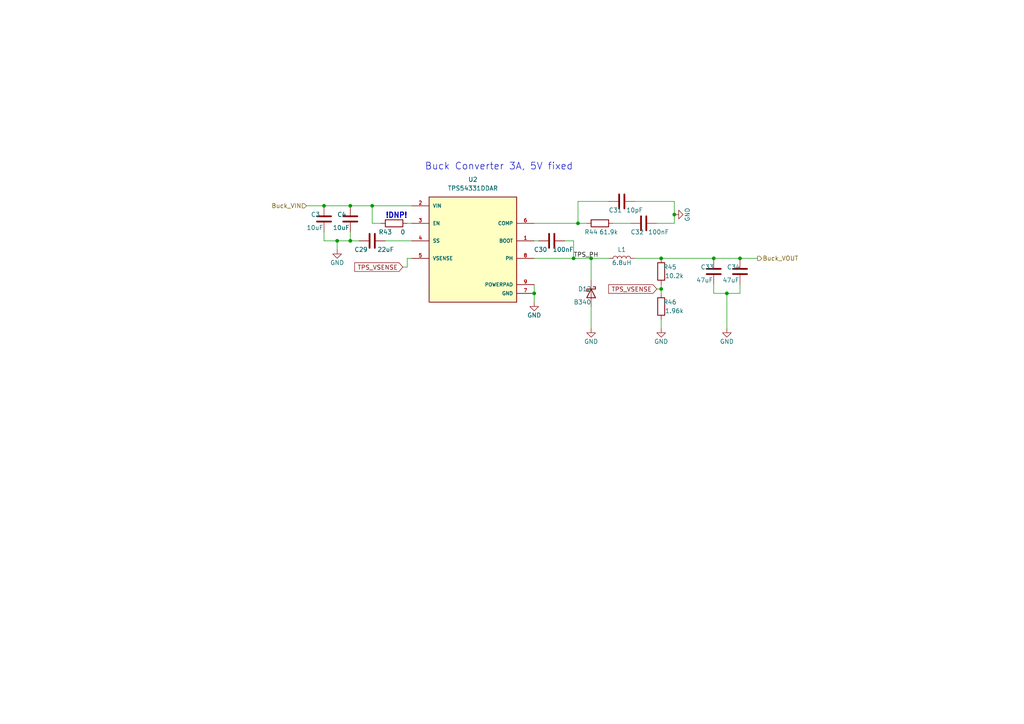
<source format=kicad_sch>
(kicad_sch (version 20211123) (generator eeschema)
  (paper "A4")
  (lib_symbols
    (symbol "Device:C" (pin_numbers hide) (pin_names (offset 0.254))
      (property "Reference" "C" (at 0.635 2.54 0))
      (property "Value" "C" (at 0.635 -2.54 0))
      (symbol "C_0_1"
        (polyline (pts (xy -2.032 -0.762) (xy 2.032 -0.762)) (stroke (width 0.508)))
        (polyline (pts (xy -2.032 0.762) (xy 2.032 0.762)) (stroke (width 0.508)))
      )
      (symbol "C_1_1"
        (pin passive line (at 0 3.81 270) (length 2.794) (name "~") (number "1"))
        (pin passive line (at 0 -3.81 90) (length 2.794) (name "~") (number "2"))
      )
    )
    (symbol "Device:L" (pin_numbers hide) (pin_names (offset 1.016) hide)
      (property "Reference" "L" (at -1.27 0 90))
      (property "Value" "L" (at 1.905 0 90))
      (symbol "L_0_1"
        (arc (start 0 -2.54) (mid 0.635 -1.905) (end 0 -1.27))
        (arc (start 0 -1.27) (mid 0.635 -0.635) (end 0 0))
        (arc (start 0 0) (mid 0.635 0.635) (end 0 1.27))
        (arc (start 0 1.27) (mid 0.635 1.905) (end 0 2.54))
      )
      (symbol "L_1_1"
        (pin passive line (at 0 3.81 270) (length 1.27) (name "1") (number "1"))
        (pin passive line (at 0 -3.81 90) (length 1.27) (name "2") (number "2"))
      )
    )
    (symbol "Device:R" (pin_numbers hide) (pin_names (offset 0))
      (property "Reference" "R" (at 2.032 0 90))
      (property "Value" "R" (at 0 0 90))
      (symbol "R_0_1"
        (rectangle (start -1.016 -2.54) (end 1.016 2.54) (stroke (width 0.254)))
      )
      (symbol "R_1_1"
        (pin passive line (at 0 3.81 270) (length 1.27) (name "~") (number "1"))
        (pin passive line (at 0 -3.81 90) (length 1.27) (name "~") (number "2"))
      )
    )
    (symbol "Diode:B340" (pin_numbers hide) (pin_names (offset 1.016) hide)
      (property "Reference" "D" (at 0 2.54 0))
      (property "Value" "B340" (at 0 -2.54 0))
      (symbol "B340_0_1"
        (polyline (pts (xy 1.27 0) (xy -1.27 0)))
        (polyline (pts (xy 1.27 1.27) (xy 1.27 -1.27) (xy -1.27 0) (xy 1.27 1.27)) (stroke (width 0.254)))
        (polyline (pts (xy -1.905 0.635) (xy -1.905 1.27) (xy -1.27 1.27) (xy -1.27 -1.27) (xy -0.635 -1.27) (xy -0.635 -0.635)) (stroke (width 0.254)))
      )
      (symbol "B340_1_1"
        (pin passive line (at -3.81 0 0) (length 2.54) (name "K") (number "1"))
        (pin passive line (at 3.81 0 180) (length 2.54) (name "A") (number "2"))
      )
    )
    (symbol "TPS54331DDAR:TPS54331DDAR" (pin_names (offset 1.016))
      (property "Reference" "U" (at -12.7 16.51 0))
      (property "Value" "TPS54331DDAR" (at -12.7 -16.51 0))
      (symbol "TPS54331DDAR_0_0"
        (rectangle (start -12.7 -15.24) (end 12.7 15.24) (stroke (width 0.254)) (fill (type background)))
        (pin output line (at 17.78 2.54 180) (length 5.08) (name "BOOT") (number "1"))
        (pin power_in line (at -17.78 12.7 0) (length 5.08) (name "VIN") (number "2"))
        (pin input line (at -17.78 7.62 0) (length 5.08) (name "EN") (number "3"))
        (pin input line (at -17.78 2.54 0) (length 5.08) (name "SS") (number "4"))
        (pin input line (at -17.78 -2.54 0) (length 5.08) (name "VSENSE") (number "5"))
        (pin output line (at 17.78 7.62 180) (length 5.08) (name "COMP") (number "6"))
        (pin power_in line (at 17.78 -12.7 180) (length 5.08) (name "GND") (number "7"))
        (pin output line (at 17.78 -2.54 180) (length 5.08) (name "PH") (number "8"))
        (pin power_in line (at 17.78 -10.16 180) (length 5.08) (name "POWERPAD") (number "9"))
      )
    )
    (symbol "power:GND" (power) (pin_names (offset 0))
      (property "Value" "GND" (at 0 -3.81 0))
      (symbol "GND_0_1"
        (polyline (pts (xy 0 0) (xy 0 -1.27) (xy 1.27 -1.27) (xy 0 -2.54) (xy -1.27 -1.27) (xy 0 -1.27)))
      )
      (symbol "GND_1_1"
        (pin power_in line (at 0 0 270) (length 0) hide (name "GND") (number "1"))
      )
    )
  )
  (junction (at 191.77 74.93))
  (junction (at 207.01 74.93))
  (junction (at 171.45 74.93))
  (junction (at 195.58 62.23))
  (junction (at 167.64 64.77))
  (junction (at 107.95 59.69))
  (junction (at 101.6 59.69))
  (junction (at 191.77 83.82))
  (junction (at 93.98 59.69))
  (junction (at 214.63 74.93))
  (junction (at 166.37 74.93))
  (junction (at 154.94 85.09))
  (junction (at 97.79 69.85))
  (junction (at 101.6 69.85))
  (junction (at 210.82 85.09))
  (wire (pts (xy 154.94 74.93) (xy 166.37 74.93)))
  (wire (pts (xy 101.6 59.69) (xy 107.95 59.69)))
  (wire (pts (xy 184.15 58.42) (xy 195.58 58.42)))
  (wire (pts (xy 207.01 82.55) (xy 207.01 85.09)))
  (wire (pts (xy 214.63 74.93) (xy 219.71 74.93)))
  (wire (pts (xy 207.01 74.93) (xy 214.63 74.93)))
  (wire (pts (xy 214.63 85.09) (xy 214.63 82.55)))
  (wire (pts (xy 166.37 69.85) (xy 166.37 74.93)))
  (wire (pts (xy 167.64 58.42) (xy 167.64 64.77)))
  (wire (pts (xy 97.79 69.85) (xy 93.98 69.85)))
  (wire (pts (xy 167.64 64.77) (xy 170.18 64.77)))
  (wire (pts (xy 171.45 81.28) (xy 171.45 74.93)))
  (wire (pts (xy 111.76 69.85) (xy 119.38 69.85)))
  (wire (pts (xy 88.9 59.69) (xy 93.98 59.69)))
  (wire (pts (xy 119.38 74.93) (xy 118.11 74.93)))
  (wire (pts (xy 190.5 64.77) (xy 195.58 64.77)))
  (wire (pts (xy 210.82 85.09) (xy 214.63 85.09)))
  (wire (pts (xy 195.58 58.42) (xy 195.58 62.23)))
  (wire (pts (xy 171.45 88.9) (xy 171.45 95.25)))
  (wire (pts (xy 154.94 69.85) (xy 156.21 69.85)))
  (wire (pts (xy 191.77 92.71) (xy 191.77 95.25)))
  (wire (pts (xy 93.98 59.69) (xy 101.6 59.69)))
  (wire (pts (xy 116.84 77.47) (xy 118.11 77.47)))
  (wire (pts (xy 93.98 69.85) (xy 93.98 67.31)))
  (wire (pts (xy 154.94 85.09) (xy 154.94 87.63)))
  (wire (pts (xy 210.82 85.09) (xy 210.82 95.25)))
  (wire (pts (xy 177.8 64.77) (xy 182.88 64.77)))
  (wire (pts (xy 184.15 74.93) (xy 191.77 74.93)))
  (wire (pts (xy 110.49 64.77) (xy 107.95 64.77)))
  (wire (pts (xy 101.6 67.31) (xy 101.6 69.85)))
  (wire (pts (xy 190.5 83.82) (xy 191.77 83.82)))
  (wire (pts (xy 207.01 85.09) (xy 210.82 85.09)))
  (wire (pts (xy 107.95 59.69) (xy 119.38 59.69)))
  (wire (pts (xy 171.45 74.93) (xy 176.53 74.93)))
  (wire (pts (xy 118.11 74.93) (xy 118.11 77.47)))
  (wire (pts (xy 191.77 74.93) (xy 207.01 74.93)))
  (wire (pts (xy 107.95 59.69) (xy 107.95 64.77)))
  (wire (pts (xy 97.79 69.85) (xy 97.79 72.39)))
  (wire (pts (xy 195.58 62.23) (xy 195.58 64.77)))
  (wire (pts (xy 191.77 83.82) (xy 191.77 85.09)))
  (wire (pts (xy 176.53 58.42) (xy 167.64 58.42)))
  (wire (pts (xy 104.14 69.85) (xy 101.6 69.85)))
  (wire (pts (xy 118.11 64.77) (xy 119.38 64.77)))
  (wire (pts (xy 163.83 69.85) (xy 166.37 69.85)))
  (wire (pts (xy 154.94 64.77) (xy 167.64 64.77)))
  (wire (pts (xy 154.94 82.55) (xy 154.94 85.09)))
  (wire (pts (xy 166.37 74.93) (xy 171.45 74.93)))
  (wire (pts (xy 101.6 69.85) (xy 97.79 69.85)))
  (wire (pts (xy 191.77 82.55) (xy 191.77 83.82)))
  (text "Buck Converter 3A, 5V fixed" (at 123.19 49.53 0) (effects (font (size 2 2)) (justify left bottom)))
  (text "!DNP!" (at 111.76 63.5 0) (effects (font (size 1.524 1.524) (thickness 0.3048) bold) (justify left bottom)))
  (label "TPS_PH" (at 166.37 74.93 0))
  (global_label "TPS_VSENSE" (shape input) (at 190.5 83.82 180) (property "Intersheet References" "${INTERSHEET_REFS}" (effects hide)))
  (global_label "TPS_VSENSE" (shape input) (at 116.84 77.47 180) (property "Intersheet References" "${INTERSHEET_REFS}" (effects hide)))
  (hierarchical_label "Buck_VIN" (shape input) (at 88.9 59.69 180))
  (hierarchical_label "Buck_VOUT" (shape output) (at 219.71 74.93 0))
  (symbol (lib_id "Device:C") (at 107.95 69.85 90) (unit 1)
    (property "Reference" "C29" (at 106.68 72.39 90) (effects (justify left)))
    (property "Value" "22uF" (at 114.3 72.39 90) (effects (justify left)))
    (property "Footprint" "Capacitor_SMD:C_0402_1005Metric_Pad0.74x0.62mm_HandSolder" (effects hide))
  )
  (symbol (lib_id "power:GND") (at 195.58 62.23 90) (unit 1)
    (property "Reference" "#PWR0113" (effects hide))
    (property "Value" "GND" (at 199.39 62.23 0))
  )
  (symbol (lib_id "Device:C") (at 160.02 69.85 90) (unit 1)
    (property "Reference" "C30" (at 158.75 72.39 90) (effects (justify left)))
    (property "Value" "100nF" (at 166.37 72.39 90) (effects (justify left)))
    (property "Footprint" "Capacitor_SMD:C_0402_1005Metric_Pad0.74x0.62mm_HandSolder" (effects hide))
    (property "LCSC" "C1525" (effects hide))
  )
  (symbol (lib_id "power:GND") (at 191.77 95.25 0) (unit 1)
    (property "Reference" "#PWR0123" (effects hide))
    (property "Value" "GND" (at 191.77 99.06 0))
  )
  (symbol (lib_id "Device:C") (at 207.01 78.74 0) (unit 1)
    (property "Reference" "C33" (at 203.2 77.47 0) (effects (justify left)))
    (property "Value" "47uF" (at 201.93 81.28 0) (effects (justify left)))
    (property "Footprint" "Capacitor_SMD:C_1206_3216Metric_Pad1.33x1.80mm_HandSolder" (effects hide))
    (property "LCSC" "C96123" (effects hide))
  )
  (symbol (lib_id "TPS54331DDAR:TPS54331DDAR") (at 137.16 72.39 0) (unit 1)
    (property "Reference" "U2" (at 137.16 52.07 0))
    (property "Value" "TPS54331DDAR" (at 137.16 54.61 0))
    (property "Footprint" "CONV_TPS54331DDAR" (effects hide))
    (property "STANDARD" "Manufacturer Recommendations" (effects hide))
    (property "PARTREV" "F" (effects hide))
    (property "MAXIMUM_PACKAGE_HEIGHT" "1.70 mm" (effects hide))
    (property "MANUFACTURER" "Texas Instruments" (effects hide))
    (property "LCSC" "C9865" (effects hide))
  )
  (symbol (lib_id "Device:R") (at 114.3 64.77 90) (unit 1)
    (property "Reference" "R43" (at 111.76 67.31 90))
    (property "Value" "0" (at 116.84 67.31 90))
    (property "Footprint" "Resistor_SMD:R_0603_1608Metric_Pad0.98x0.95mm_HandSolder" (effects hide))
    (property "LCSC" "C21189" (effects hide))
  )
  (symbol (lib_id "Device:R") (at 173.99 64.77 90) (unit 1)
    (property "Reference" "R44" (at 171.45 67.31 90))
    (property "Value" "61.9k" (at 176.53 67.31 90))
    (property "Footprint" "Resistor_SMD:R_0603_1608Metric_Pad0.98x0.95mm_HandSolder" (effects hide))
    (property "LCSC" "C23221" (effects hide))
  )
  (symbol (lib_id "Device:R") (at 191.77 88.9 180) (unit 1)
    (property "Reference" "R46" (at 194.31 87.63 0))
    (property "Value" "1.96k" (at 195.58 90.17 0))
    (property "Footprint" "Resistor_SMD:R_0603_1608Metric_Pad0.98x0.95mm_HandSolder" (effects hide))
    (property "LCSC" "C22975" (effects hide))
  )
  (symbol (lib_id "Device:L") (at 180.34 74.93 90) (unit 1)
    (property "Reference" "L1" (at 180.34 72.39 90))
    (property "Value" "6.8uH" (at 180.34 76.2 90))
    (property "Footprint" "Inductor_SMD:L_10.4x10.4_H4.8" (effects hide))
    (property "LCSC" "C408449" (effects hide))
  )
  (symbol (lib_id "power:GND") (at 210.82 95.25 0) (unit 1)
    (property "Reference" "#PWR0125" (effects hide))
    (property "Value" "GND" (at 210.82 99.06 0))
  )
  (symbol (lib_id "power:GND") (at 97.79 72.39 0) (unit 1)
    (property "Reference" "#PWR0164" (effects hide))
    (property "Value" "GND" (at 97.79 76.2 0))
  )
  (symbol (lib_id "Device:C") (at 93.98 63.5 0) (unit 1)
    (property "Reference" "C3" (at 90.17 62.23 0) (effects (justify left)))
    (property "Value" "10uF" (at 88.9 66.04 0) (effects (justify left)))
    (property "Footprint" "Capacitor_SMD:C_1206_3216Metric_Pad1.33x1.80mm_HandSolder" (effects hide))
    (property "LCSC" "C13585" (effects hide))
  )
  (symbol (lib_id "Device:R") (at 191.77 78.74 180) (unit 1)
    (property "Reference" "R45" (at 194.31 77.47 0))
    (property "Value" "10.2k" (at 195.58 80.01 0))
    (property "Footprint" "Resistor_SMD:R_0603_1608Metric_Pad0.98x0.95mm_HandSolder" (effects hide))
    (property "LCSC" "C25804" (effects hide))
  )
  (symbol (lib_id "Device:C") (at 180.34 58.42 270) (unit 1)
    (property "Reference" "C31" (at 176.53 60.96 90) (effects (justify left)))
    (property "Value" "10pF" (at 181.61 60.96 90) (effects (justify left)))
    (property "Footprint" "Capacitor_SMD:C_0805_2012Metric" (effects hide))
    (property "LCSC" "C1785" (effects hide))
  )
  (symbol (lib_id "power:GND") (at 154.94 87.63 0) (unit 1)
    (property "Reference" "#PWR0163" (effects hide))
    (property "Value" "GND" (at 154.94 91.44 0))
  )
  (symbol (lib_id "Device:C") (at 186.69 64.77 270) (unit 1)
    (property "Reference" "C32" (at 182.88 67.31 90) (effects (justify left)))
    (property "Value" "100nF" (at 187.96 67.31 90) (effects (justify left)))
    (property "Footprint" "Capacitor_SMD:C_0402_1005Metric_Pad0.74x0.62mm_HandSolder" (effects hide))
    (property "LCSC" "C1525" (effects hide))
  )
  (symbol (lib_id "Diode:B340") (at 171.45 85.09 270) (unit 1)
    (property "Reference" "D12" (at 167.64 83.82 90) (effects (justify left)))
    (property "Value" "B340" (at 166.37 87.63 90) (effects (justify left)))
    (property "Footprint" "Diode_SMD:D_SMC" (effects hide))
    (property "Datasheet" "http://www.jameco.com/Jameco/Products/ProdDS/1538777.pdf" (effects hide))
    (property "LCSC" "C64982" (effects hide))
  )
  (symbol (lib_id "Device:C") (at 214.63 78.74 0) (unit 1)
    (property "Reference" "C34" (at 210.82 77.47 0) (effects (justify left)))
    (property "Value" "47uF" (at 209.55 81.28 0) (effects (justify left)))
    (property "Footprint" "Capacitor_SMD:C_1206_3216Metric_Pad1.33x1.80mm_HandSolder" (effects hide))
    (property "LCSC" "C96123" (effects hide))
  )
  (symbol (lib_id "Device:C") (at 101.6 63.5 0) (unit 1)
    (property "Reference" "C4" (at 97.79 62.23 0) (effects (justify left)))
    (property "Value" "10uF" (at 96.52 66.04 0) (effects (justify left)))
    (property "Footprint" "Capacitor_SMD:C_1206_3216Metric_Pad1.33x1.80mm_HandSolder" (effects hide))
    (property "LCSC" "C13585" (effects hide))
  )
  (symbol (lib_id "power:GND") (at 171.45 95.25 0) (unit 1)
    (property "Reference" "#PWR0112" (effects hide))
    (property "Value" "GND" (at 171.45 99.06 0))
  )
)
</source>
